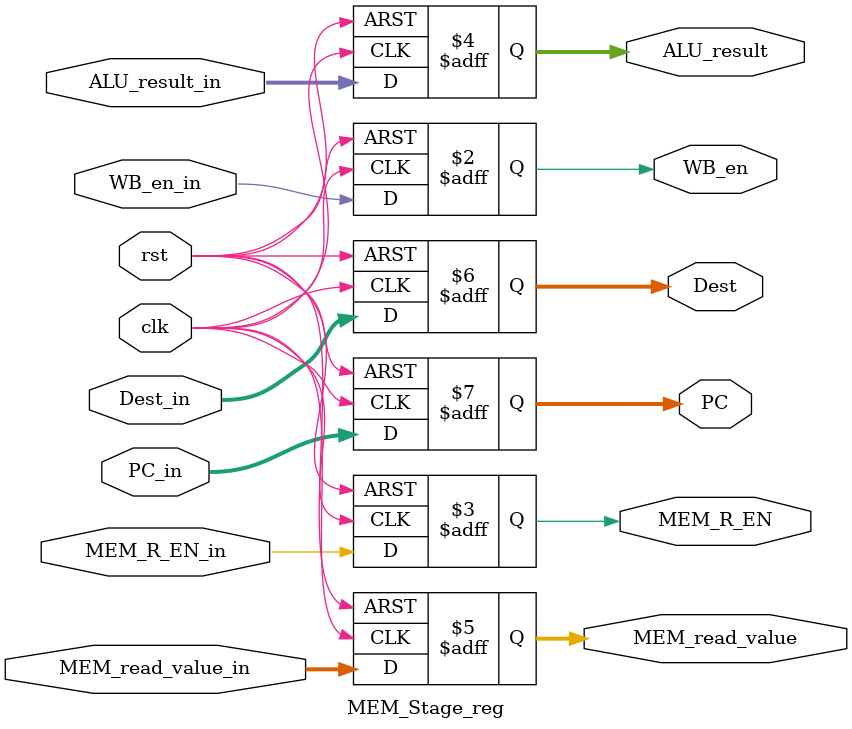
<source format=v>
module MEM_Stage_reg(
    input clk,
    input rst,

    input WB_en_in,
    input MEM_R_EN_in,
    input [31:0] ALU_result_in,
    input [31:0] MEM_read_value_in,
    input [4:0] Dest_in,
    input [31:0] PC_in,
    
    output reg WB_en,
    output reg MEM_R_EN,
    output reg [31:0] ALU_result,
    output reg [31:0] MEM_read_value,
    output reg [4:0] Dest,
    output reg [31:0] PC
);
    always @(posedge clk, posedge rst) begin
        if(rst) begin
            WB_en <= 0;
            MEM_R_EN <= 0;
            ALU_result <= 0;
            MEM_read_value <= 0;
            Dest <= 0;
            PC <= 0;
        end
        else begin
            WB_en <= WB_en_in;
            MEM_R_EN <= MEM_R_EN_in;
            ALU_result <= ALU_result_in;
            MEM_read_value <= MEM_read_value_in;
            Dest <= Dest_in;
            PC <= PC_in;
        end
    end
endmodule

</source>
